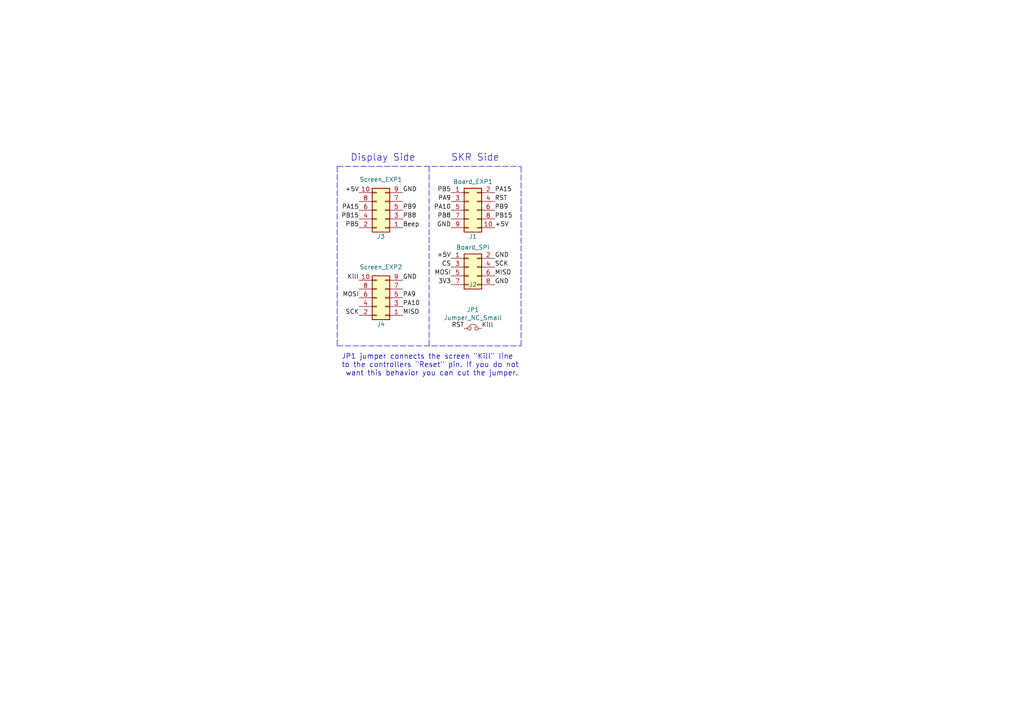
<source format=kicad_sch>
(kicad_sch (version 20211123) (generator eeschema)
  (paper "A4")
  (lib_symbols
    (symbol "Connector_Generic:Conn_02x04_Odd_Even" (pin_names (offset 1.016) hide)
      (property "Reference" "J" (at 1.27 5.08 0))
      (property "Value" "Conn_02x04_Odd_Even" (at 1.27 -7.62 0))
      (symbol "Conn_02x04_Odd_Even_1_1"
        (rectangle (start -1.27 -4.953) (end 0 -5.207) (stroke (width 0.1524)))
        (rectangle (start -1.27 -2.413) (end 0 -2.667) (stroke (width 0.1524)))
        (rectangle (start -1.27 0.127) (end 0 -0.127) (stroke (width 0.1524)))
        (rectangle (start -1.27 2.667) (end 0 2.413) (stroke (width 0.1524)))
        (rectangle (start -1.27 3.81) (end 3.81 -6.35) (stroke (width 0.254)) (fill (type background)))
        (rectangle (start 3.81 -4.953) (end 2.54 -5.207) (stroke (width 0.1524)))
        (rectangle (start 3.81 -2.413) (end 2.54 -2.667) (stroke (width 0.1524)))
        (rectangle (start 3.81 0.127) (end 2.54 -0.127) (stroke (width 0.1524)))
        (rectangle (start 3.81 2.667) (end 2.54 2.413) (stroke (width 0.1524)))
        (pin passive line (at -5.08 2.54 0) (length 3.81) (name "Pin_1") (number "1"))
        (pin passive line (at 7.62 2.54 180) (length 3.81) (name "Pin_2") (number "2"))
        (pin passive line (at -5.08 0 0) (length 3.81) (name "Pin_3") (number "3"))
        (pin passive line (at 7.62 0 180) (length 3.81) (name "Pin_4") (number "4"))
        (pin passive line (at -5.08 -2.54 0) (length 3.81) (name "Pin_5") (number "5"))
        (pin passive line (at 7.62 -2.54 180) (length 3.81) (name "Pin_6") (number "6"))
        (pin passive line (at -5.08 -5.08 0) (length 3.81) (name "Pin_7") (number "7"))
        (pin passive line (at 7.62 -5.08 180) (length 3.81) (name "Pin_8") (number "8"))
      )
    )
    (symbol "Connector_Generic:Conn_02x05_Odd_Even" (pin_names (offset 1.016) hide)
      (property "Reference" "J" (at 1.27 7.62 0))
      (property "Value" "Conn_02x05_Odd_Even" (at 1.27 -7.62 0))
      (symbol "Conn_02x05_Odd_Even_1_1"
        (rectangle (start -1.27 -4.953) (end 0 -5.207) (stroke (width 0.1524)))
        (rectangle (start -1.27 -2.413) (end 0 -2.667) (stroke (width 0.1524)))
        (rectangle (start -1.27 0.127) (end 0 -0.127) (stroke (width 0.1524)))
        (rectangle (start -1.27 2.667) (end 0 2.413) (stroke (width 0.1524)))
        (rectangle (start -1.27 5.207) (end 0 4.953) (stroke (width 0.1524)))
        (rectangle (start -1.27 6.35) (end 3.81 -6.35) (stroke (width 0.254)) (fill (type background)))
        (rectangle (start 3.81 -4.953) (end 2.54 -5.207) (stroke (width 0.1524)))
        (rectangle (start 3.81 -2.413) (end 2.54 -2.667) (stroke (width 0.1524)))
        (rectangle (start 3.81 0.127) (end 2.54 -0.127) (stroke (width 0.1524)))
        (rectangle (start 3.81 2.667) (end 2.54 2.413) (stroke (width 0.1524)))
        (rectangle (start 3.81 5.207) (end 2.54 4.953) (stroke (width 0.1524)))
        (pin passive line (at -5.08 5.08 0) (length 3.81) (name "Pin_1") (number "1"))
        (pin passive line (at 7.62 -5.08 180) (length 3.81) (name "Pin_10") (number "10"))
        (pin passive line (at 7.62 5.08 180) (length 3.81) (name "Pin_2") (number "2"))
        (pin passive line (at -5.08 2.54 0) (length 3.81) (name "Pin_3") (number "3"))
        (pin passive line (at 7.62 2.54 180) (length 3.81) (name "Pin_4") (number "4"))
        (pin passive line (at -5.08 0 0) (length 3.81) (name "Pin_5") (number "5"))
        (pin passive line (at 7.62 0 180) (length 3.81) (name "Pin_6") (number "6"))
        (pin passive line (at -5.08 -2.54 0) (length 3.81) (name "Pin_7") (number "7"))
        (pin passive line (at 7.62 -2.54 180) (length 3.81) (name "Pin_8") (number "8"))
        (pin passive line (at -5.08 -5.08 0) (length 3.81) (name "Pin_9") (number "9"))
      )
    )
    (symbol "Device:Jumper_NC_Small" (pin_numbers hide) (pin_names (offset 0.762) hide)
      (property "Reference" "JP" (at 0 2.032 0))
      (property "Value" "Device_Jumper_NC_Small" (at 0.254 -1.524 0))
      (symbol "Jumper_NC_Small_0_1"
        (circle (center -1.016 0) (radius 0.508))
        (circle (center 1.016 0) (radius 0.508))
        (arc (start 1.016 0.762) (mid 0 1.1828) (end -1.016 0.762))
        (pin passive line (at -2.54 0 0) (length 1.016) (name "1") (number "1"))
        (pin passive line (at 2.54 0 180) (length 1.016) (name "2") (number "2"))
      )
    )
  )
  (polyline (pts (xy 151.13 100.33) (xy 151.13 48.26)))
  (polyline (pts (xy 97.79 100.33) (xy 151.13 100.33)))
  (polyline (pts (xy 97.79 48.26) (xy 151.13 48.26)))
  (polyline (pts (xy 97.79 48.26) (xy 97.79 100.33)))
  (polyline (pts (xy 124.46 48.26) (xy 124.46 100.33)))
  (text "SKR Side" (at 130.81 46.99 0) (effects (font (size 2.0066 2.0066)) (justify left bottom)))
  (text "JP1 jumper connects the screen \"Kill\" line \nto the controllers \"Reset\" pin. If you do not\n want this behavior you can cut the jumper." (at 99.06 109.22 0) (effects (font (size 1.4986 1.4986)) (justify left bottom)))
  (text "Display Side" (at 101.6 46.99 0) (effects (font (size 2.0066 2.0066)) (justify left bottom)))
  (label "PA9" (at 116.84 86.36 0))
  (label "PB8" (at 116.84 63.5 0))
  (label "PB5" (at 130.81 55.88 180))
  (label "PB9" (at 116.84 60.96 0))
  (label "GND" (at 143.51 74.93 0))
  (label "PA15" (at 104.14 60.96 180))
  (label "+5V" (at 143.51 66.04 0))
  (label "Kill" (at 104.14 81.28 180))
  (label "PA15" (at 143.51 55.88 0))
  (label "RST" (at 134.62 95.25 180))
  (label "PA10" (at 130.81 60.96 180))
  (label "MISO" (at 143.51 80.01 0))
  (label "CS" (at 130.81 77.47 180))
  (label "PA9" (at 130.81 58.42 180))
  (label "PA10" (at 116.84 88.9 0))
  (label "GND" (at 130.81 66.04 180))
  (label "MOSI" (at 130.81 80.01 180))
  (label "PB15" (at 104.14 63.5 180))
  (label "GND" (at 116.84 81.28 0))
  (label "PB8" (at 130.81 63.5 180))
  (label "PB5" (at 104.14 66.04 180))
  (label "+5V" (at 104.14 55.88 180))
  (label "MISO" (at 116.84 91.44 0))
  (label "+5V" (at 130.81 74.93 180))
  (label "3V3" (at 130.81 82.55 180))
  (label "SCK" (at 104.14 91.44 180))
  (label "Beep" (at 116.84 66.04 0))
  (label "PB9" (at 143.51 60.96 0))
  (label "GND" (at 116.84 55.88 0))
  (label "MOSI" (at 104.14 86.36 180))
  (label "Kill" (at 139.7 95.25 0))
  (label "GND" (at 143.51 82.55 0))
  (label "PB15" (at 143.51 63.5 0))
  (label "SCK" (at 143.51 77.47 0))
  (label "RST" (at 143.51 58.42 0))
  (symbol (lib_id "Connector_Generic:Conn_02x05_Odd_Even") (at 111.76 86.36 180) (unit 1)
    (property "Reference" "J4" (at 110.49 93.98 0))
    (property "Value" "Screen_EXP2" (at 110.49 77.47 0))
    (property "Footprint" "Library:Shrouded_2x5_pin_header" (effects hide))
  )
  (symbol (lib_id "Connector_Generic:Conn_02x05_Odd_Even") (at 111.76 60.96 180) (unit 1)
    (property "Reference" "J3" (at 110.49 68.58 0))
    (property "Value" "Screen_EXP1" (at 110.49 52.07 0))
    (property "Footprint" "Library:Shrouded_2x5_pin_header" (effects hide))
  )
  (symbol (lib_id "Connector_Generic:Conn_02x05_Odd_Even") (at 135.89 60.96 0) (unit 1)
    (property "Reference" "J1" (at 137.16 68.58 0))
    (property "Value" "Board_EXP1" (at 137.16 52.6796 0))
    (property "Footprint" "Connector_PinSocket_2.54mm:PinSocket_2x05_P2.54mm_Vertical" (effects hide))
  )
  (symbol (lib_id "Connector_Generic:Conn_02x04_Odd_Even") (at 135.89 77.47 0) (unit 1)
    (property "Reference" "J2" (at 137.16 82.55 0))
    (property "Value" "Board_SPI" (at 137.16 71.7296 0))
    (property "Footprint" "Connector_PinSocket_2.54mm:PinSocket_2x04_P2.54mm_Vertical" (effects hide))
  )
  (symbol (lib_id "Device:Jumper_NC_Small") (at 137.16 95.25 0) (unit 1)
    (property "Reference" "JP1" (at 137.16 89.8652 0))
    (property "Value" "Jumper_NC_Small" (at 137.16 92.1766 0))
    (property "Footprint" "Jumper:SolderJumper-2_P1.3mm_Bridged_RoundedPad1.0x1.5mm" (effects hide))
  )
)
</source>
